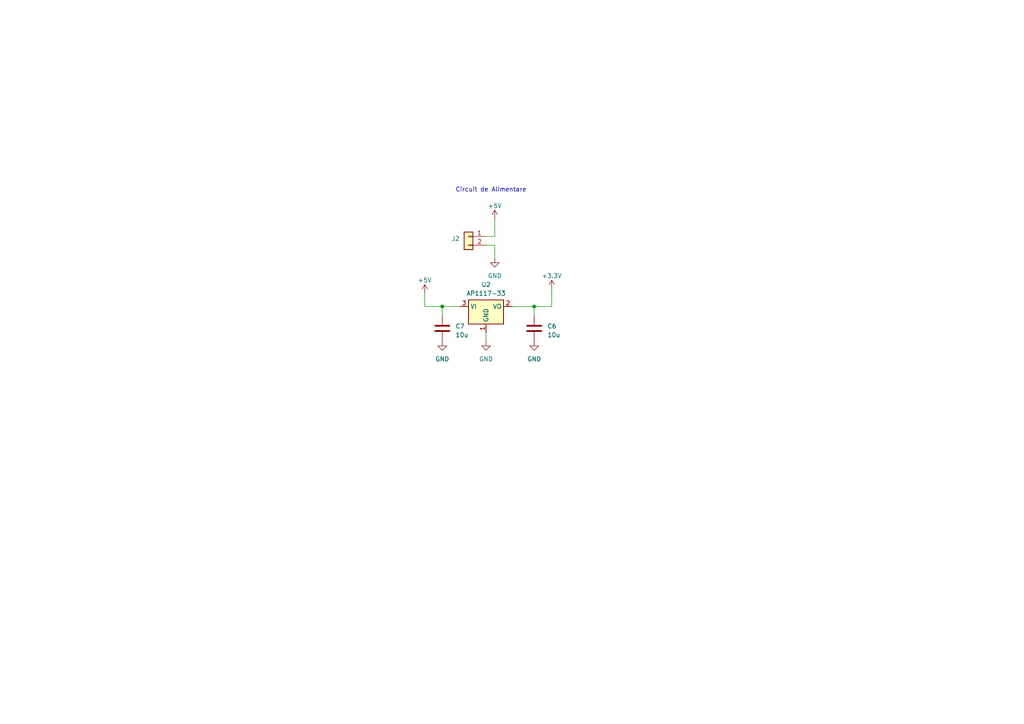
<source format=kicad_sch>
(kicad_sch (version 20230121) (generator eeschema)
  (paper "A4")
  (lib_symbols
    (symbol "Connector_Generic:Conn_01x02" (pin_names (offset 1.016) hide)
      (property "Reference" "J" (at 0 2.54 0))
      (property "Value" "Conn_01x02" (at 0 -5.08 0))
      (symbol "Conn_01x02_1_1"
        (rectangle (start -1.27 -2.413) (end 0 -2.667) (stroke (width 0.1524)))
        (rectangle (start -1.27 0.127) (end 0 -0.127) (stroke (width 0.1524)))
        (rectangle (start -1.27 1.27) (end 1.27 -3.81) (stroke (width 0.254)) (fill (type background)))
        (pin passive line (at -5.08 0 0) (length 3.81) (name "Pin_1") (number "1"))
        (pin passive line (at -5.08 -2.54 0) (length 3.81) (name "Pin_2") (number "2"))
      )
    )
    (symbol "Device:C" (pin_numbers hide) (pin_names (offset 0.254))
      (property "Reference" "C" (at 0.635 2.54 0))
      (property "Value" "C" (at 0.635 -2.54 0))
      (symbol "C_0_1"
        (polyline (pts (xy -2.032 -0.762) (xy 2.032 -0.762)) (stroke (width 0.508)))
        (polyline (pts (xy -2.032 0.762) (xy 2.032 0.762)) (stroke (width 0.508)))
      )
      (symbol "C_1_1"
        (pin passive line (at 0 3.81 270) (length 2.794) (name "~") (number "1"))
        (pin passive line (at 0 -3.81 90) (length 2.794) (name "~") (number "2"))
      )
    )
    (symbol "Regulator_Linear:AP1117-33"
      (property "Reference" "U" (at -3.81 3.175 0))
      (property "Value" "AP1117-33" (at 0 3.175 0))
      (symbol "AP1117-33_0_1"
        (rectangle (start -5.08 -5.08) (end 5.08 1.905) (stroke (width 0.254)) (fill (type background)))
      )
      (symbol "AP1117-33_1_1"
        (pin power_in line (at 0 -7.62 90) (length 2.54) (name "GND") (number "1"))
        (pin power_out line (at 7.62 0 180) (length 2.54) (name "VO") (number "2"))
        (pin power_in line (at -7.62 0 0) (length 2.54) (name "VI") (number "3"))
      )
    )
    (symbol "power:+3.3V" (power) (pin_names (offset 0))
      (property "Value" "+3.3V" (at 0 3.556 0))
      (symbol "+3.3V_0_1"
        (polyline (pts (xy -0.762 1.27) (xy 0 2.54)))
        (polyline (pts (xy 0 0) (xy 0 2.54)))
        (polyline (pts (xy 0 2.54) (xy 0.762 1.27)))
      )
      (symbol "+3.3V_1_1"
        (pin power_in line (at 0 0 90) (length 0) hide (name "+3.3V") (number "1"))
      )
    )
    (symbol "power:+5V" (power) (pin_names (offset 0))
      (property "Value" "+5V" (at 0 3.556 0))
      (symbol "+5V_0_1"
        (polyline (pts (xy -0.762 1.27) (xy 0 2.54)))
        (polyline (pts (xy 0 0) (xy 0 2.54)))
        (polyline (pts (xy 0 2.54) (xy 0.762 1.27)))
      )
      (symbol "+5V_1_1"
        (pin power_in line (at 0 0 90) (length 0) hide (name "+5V") (number "1"))
      )
    )
    (symbol "power:GND" (power) (pin_names (offset 0))
      (property "Value" "GND" (at 0 -3.81 0))
      (symbol "GND_0_1"
        (polyline (pts (xy 0 0) (xy 0 -1.27) (xy 1.27 -1.27) (xy 0 -2.54) (xy -1.27 -1.27) (xy 0 -1.27)))
      )
      (symbol "GND_1_1"
        (pin power_in line (at 0 0 270) (length 0) hide (name "GND") (number "1"))
      )
    )
  )
  (junction (at 128.27 88.9))
  (junction (at 154.94 88.9))
  (wire (pts (xy 128.27 88.9) (xy 128.27 91.44)))
  (wire (pts (xy 133.35 88.9) (xy 128.27 88.9)))
  (wire (pts (xy 123.19 88.9) (xy 128.27 88.9)))
  (wire (pts (xy 148.59 88.9) (xy 154.94 88.9)))
  (wire (pts (xy 140.97 68.58) (xy 143.51 68.58)))
  (wire (pts (xy 160.02 83.82) (xy 160.02 88.9)))
  (wire (pts (xy 140.97 71.12) (xy 143.51 71.12)))
  (wire (pts (xy 140.97 99.06) (xy 140.97 96.52)))
  (wire (pts (xy 154.94 88.9) (xy 154.94 91.44)))
  (wire (pts (xy 123.19 85.09) (xy 123.19 88.9)))
  (wire (pts (xy 143.51 71.12) (xy 143.51 74.93)))
  (wire (pts (xy 154.94 88.9) (xy 160.02 88.9)))
  (wire (pts (xy 143.51 63.5) (xy 143.51 68.58)))
  (text "Circuit de Alimentare" (at 132.08 55.88 0) (effects (font (size 1.27 1.27)) (justify left bottom)))
  (symbol (lib_id "Connector_Generic:Conn_01x02") (at 135.89 68.58 0) (mirror y) (unit 1)
    (property "Reference" "J2" (at 133.35 69.215 0) (effects (justify left)))
    (property "Value" "Conn_01x02" (effects hide))
    (property "Footprint" "Connector_PinHeader_2.00mm:PinHeader_1x02_P2.00mm_Vertical" (effects hide))
    (instances (project "First_sketch_licenta" (path "" (reference "J2") (unit 1)) (path "" (reference "J7") (unit 1))))
  )
  (symbol (lib_id "power:+3.3V") (at 160.02 83.82 0) (unit 1)
    (property "Reference" "#PWR027" (effects hide))
    (property "Value" "+3.3V" (at 160.02 80.01 0))
    (instances (project "First_sketch_licenta" (path "" (reference "#PWR027") (unit 1)) (path "" (reference "#PWR063") (unit 1))))
  )
  (symbol (lib_id "power:GND") (at 128.27 99.06 0) (unit 1)
    (property "Reference" "#PWR025" (effects hide))
    (property "Value" "GND" (at 128.27 104.14 0))
    (instances (project "First_sketch_licenta" (path "" (reference "#PWR025") (unit 1)) (path "" (reference "#PWR058") (unit 1))))
  )
  (symbol (lib_id "power:GND") (at 154.94 99.06 0) (unit 1)
    (property "Reference" "#PWR024" (effects hide))
    (property "Value" "GND" (at 154.94 104.14 0))
    (instances (project "First_sketch_licenta" (path "" (reference "#PWR024") (unit 1)) (path "" (reference "#PWR062") (unit 1))))
  )
  (symbol (lib_id "power:GND") (at 140.97 99.06 0) (unit 1)
    (property "Reference" "#PWR020" (effects hide))
    (property "Value" "GND" (at 140.97 104.14 0))
    (instances (project "First_sketch_licenta" (path "" (reference "#PWR020") (unit 1)) (path "" (reference "#PWR059") (unit 1))))
  )
  (symbol (lib_id "Regulator_Linear:AP1117-33") (at 140.97 88.9 0) (unit 1)
    (property "Reference" "U2" (at 140.97 82.55 0))
    (property "Value" "AP1117-33" (at 140.97 85.09 0))
    (property "Footprint" "Package_TO_SOT_SMD:SOT-223-3_TabPin2" (effects hide))
    (property "Datasheet" "http://www.diodes.com/datasheets/AP1117.pdf" (effects hide))
    (instances (project "First_sketch_licenta" (path "" (reference "U2") (unit 1)) (path "" (reference "U7") (unit 1))))
  )
  (symbol (lib_id "power:+5V") (at 123.19 85.09 0) (unit 1)
    (property "Reference" "#PWR026" (effects hide))
    (property "Value" "+5V" (at 123.19 81.28 0))
    (instances (project "First_sketch_licenta" (path "" (reference "#PWR026") (unit 1)) (path "" (reference "#PWR057") (unit 1))))
  )
  (symbol (lib_id "power:+5V") (at 143.51 63.5 0) (unit 1)
    (property "Reference" "#PWR016" (effects hide))
    (property "Value" "+5V" (at 143.51 59.69 0))
    (instances (project "First_sketch_licenta" (path "" (reference "#PWR016") (unit 1)) (path "" (reference "#PWR060") (unit 1))))
  )
  (symbol (lib_id "Device:C") (at 128.27 95.25 0) (unit 1)
    (property "Reference" "C7" (at 132.08 94.615 0) (effects (justify left)))
    (property "Value" "10u" (at 132.08 97.155 0) (effects (justify left)))
    (property "Footprint" "Capacitor_SMD:C_1206_3216Metric" (effects hide))
    (instances (project "First_sketch_licenta" (path "" (reference "C7") (unit 1)) (path "" (reference "C16") (unit 1))))
  )
  (symbol (lib_id "power:GND") (at 143.51 74.93 0) (unit 1)
    (property "Reference" "#PWR05" (effects hide))
    (property "Value" "GND" (at 143.51 80.01 0))
    (instances (project "First_sketch_licenta" (path "" (reference "#PWR05") (unit 1)) (path "" (reference "#PWR061") (unit 1))))
  )
  (symbol (lib_id "Device:C") (at 154.94 95.25 0) (unit 1)
    (property "Reference" "C6" (at 158.75 94.615 0) (effects (justify left)))
    (property "Value" "10u" (at 158.75 97.155 0) (effects (justify left)))
    (property "Footprint" "Capacitor_SMD:C_1206_3216Metric" (effects hide))
    (instances (project "First_sketch_licenta" (path "" (reference "C6") (unit 1)) (path "" (reference "C17") (unit 1))))
  )
)
</source>
